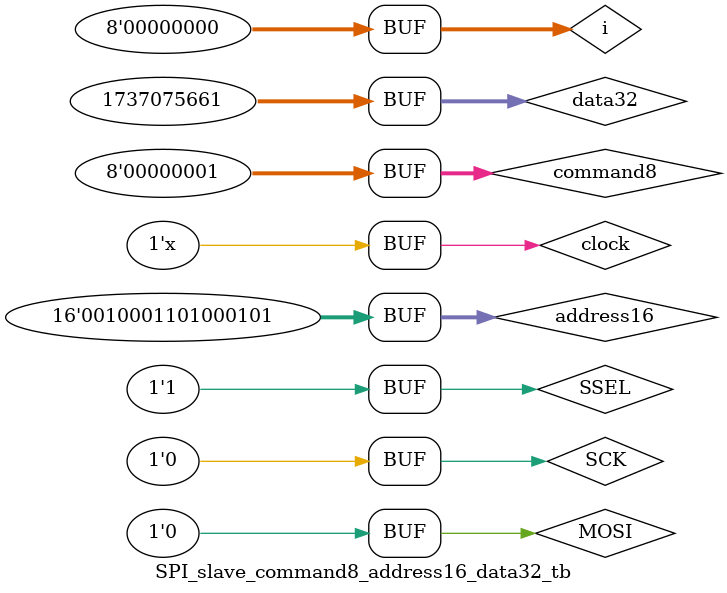
<source format=v>


// modified from https://www.fpga4fun.com/SPI2.html
module SPI_slave_simple8 (
	input clock,
	input SCK, SSEL, MOSI,
	output MISO,
	input [7:0] data_to_master,
	output reg [7:0] data_from_master = 0,
	output reg data_valid = 0
);
	// sync SCK, SSEL, MOSI to the FPGA clock using a 3-bits shift register
	reg [2:0] SCKr = 0;
	reg [2:0] SSELr = 0;
	reg [1:0] MOSIr = 0;
	always @(posedge clock) begin
		SCKr <= {SCKr[1:0], SCK};
		SSELr <= {SSELr[1:0], SSEL};
		MOSIr <= {MOSIr[0], MOSI};
	end
	wire SCK_risingedge = (SCKr[2:1]==2'b01);  // now we can detect SCK rising edges
	wire SCK_fallingedge = (SCKr[2:1]==2'b10);  // and falling edges
	wire SSEL_active = ~SSELr[1];  // SSEL is active low
	wire SSEL_startmessage = (SSELr[2:1]==2'b10);  // message starts at falling edge
	wire SSEL_endmessage = (SSELr[2:1]==2'b01);  // message stops at rising edge
	wire MOSI_data = MOSIr[1];
	// we handle SPI in 8-bits format, so we need a 3 bits counter to count the bits as they come in
	reg [2:0] bitcnt = 0;
	reg byte_received = 0;  // high when a byte has been received
	reg [7:0] byte_data_received = 0;
	always @(posedge clock) begin
		if (~SSEL_active) begin
			bitcnt <= 0;
		end else if (SCK_risingedge) begin
			bitcnt <= bitcnt + 1'b1;
			// implement a shift-left register (since we receive the data MSB first)
			byte_data_received <= {byte_data_received[6:0], MOSI_data};
		end
	end
	always @(posedge clock) begin
		data_valid <= 0;
		if (byte_received) begin
			data_from_master <= byte_data_received;
			data_valid <= 1;
		end
		byte_received <= SSEL_active && SCK_risingedge && (bitcnt==7);
	end
	reg [7:0] byte_data_sent = 0;
//	reg [7:0] cnt = 0;
//	always @(posedge clock) begin
//		if (SSEL_startmessage) begin
//			cnt <= cnt + 8'h1;  // count the messages
//		end
//	end
	always @(posedge clock) begin
		if(SSEL_active) begin
			if (SSEL_startmessage) begin
				//byte_data_sent <= cnt;  // first byte sent in a message is the message count
				byte_data_sent <= data_to_master;
			end else if (SCK_fallingedge) begin
				if (bitcnt==0) begin
					byte_data_sent <= 8'h00;  // after that, we send 0s
				end else begin
					byte_data_sent <= {byte_data_sent[6:0], 1'b0};
				end
			end
		end
	end
	assign MISO = byte_data_sent[7];	// send MSB first
	// we assume that there is only one slave on the SPI bus
	// so we don't bother with a tri-state buffer for MISO
	// otherwise we would need to tri-state MISO when SSEL is inactive
endmodule

module SPI_slave_simple8_tb;
	reg clock = 0;
	reg SCK = 0;
	reg MOSI = 0;
	reg SSEL = 1;
	wire MISO;
	reg [7:0] data_to_master = 8'h89;
	wire [7:0] data_from_master;
	wire data_valid;
	SPI_slave_simple8 spi_s8 (.clock(clock), .SCK(SCK), .MOSI(MOSI), .MISO(MISO), .SSEL(SSEL), .data_to_master(data_to_master), .data_from_master(data_from_master), .data_valid(data_valid));
	reg [7:0] data = 8'ha5;
	reg [7:0] i = 0;
	initial begin
		SCK <= 0;
		MOSI <= 0;
		SSEL <= 1;
		#200;
		SSEL <= 0;
		for (i=8; i>0; i=i-1) begin : command
			MOSI <= data[i-1];
			#100;
			SCK <= 1;
			#100;
			SCK <= 0;
		end
		MOSI <= 0;
		#100;
		SSEL <= 1;
	end
	always begin
		#10;
		clock <= ~clock;
	end
endmodule

// originally from https://www.fpga4fun.com/SPI2.html
module SPI_slave_command8_address16_data32 (
	input clock,
	input SCK, SSEL, MOSI,
	output MISO,
	output reg [7:0] command8 = 0,
	output reg [15:0] address16 = 0,
	output reg [31:0] data32 = 0,
	output reg transaction_valid = 0
);
//	reg [8+16+32-1:0] word = 0;
	// sync SCK, SSEL, MOSI to the FPGA clock using a 3-bits shift register
	reg [2:0] SCKr = 0;
	reg [2:0] SSELr = 0;
	reg [1:0] MOSIr = 0;
	always @(posedge clock) begin
		SCKr <= {SCKr[1:0], SCK};
		SSELr <= {SSELr[1:0], SSEL};
		MOSIr <= {MOSIr[0], MOSI};
	end
	wire SCK_risingedge = (SCKr[2:1]==2'b01);  // now we can detect SCK rising edges
	wire SCK_fallingedge = (SCKr[2:1]==2'b10);  // and falling edges
	wire SSEL_active = ~SSELr[1];  // SSEL is active low
	wire SSEL_startmessage = (SSELr[2:1]==2'b10);  // message starts at falling edge
	wire SSEL_endmessage = (SSELr[2:1]==2'b01);  // message stops at rising edge
	wire MOSI_data = MOSIr[1];
	reg [3:0] bitcnt = 0;
	reg [3:0] bytecnt = 0;
	reg [7:0] byte_data_received = 0;
//	reg [7:0] error_count = 0;
	always @(posedge clock) begin
		transaction_valid <= 0;
		if (~SSEL_active) begin
			bitcnt <= 0;
			bytecnt <= 0;
		end else if (SCK_risingedge) begin
			bitcnt <= bitcnt + 1'b1;
			byte_data_received <= {byte_data_received[6:0], MOSI_data};
		end else begin
			if (bitcnt==8) begin
				if (bytecnt==0) begin
					command8 <= byte_data_received;
				end else if (bytecnt==1) begin
					address16[15:8] <= byte_data_received;
				end else if (bytecnt==2) begin
					address16[7:0] <= byte_data_received;
				end else if (bytecnt==3) begin
					data32[31:24] <= byte_data_received;
				end else if (bytecnt==4) begin
					data32[23:16] <= byte_data_received;
				end else if (bytecnt==5) begin
					data32[15:8] <= byte_data_received;
				end else if (bytecnt==6) begin
					data32[7:0] <= byte_data_received;
					transaction_valid <= 1;
//				end else begin
//					error_count <= error_count + 1'b1;
				end
				bitcnt <= 0;
				bytecnt <= bytecnt + 1'b1;
			end
		end
	end
	reg [7:0] byte_data_sent = 0;
//	reg [7:0] cnt = 0;
//	always @(posedge clock) begin
//		if (SSEL_startmessage) begin
//			cnt <= cnt + 8'h1;  // count the messages
//		end
//	end
	always @(posedge clock) begin
		if (SSEL_active) begin
			if (SSEL_startmessage) begin
				//byte_data_sent <= cnt;  // first byte sent in a message is the message count
//				byte_data_sent <= data_to_master;
				byte_data_sent <= 8'h88;
			end else if (SCK_fallingedge) begin
				byte_data_sent <= {byte_data_sent[6:0], 1'b0};
			end
		end
	end
	assign MISO = byte_data_sent[7];	// send MSB first
	// we assume that there is only one slave on the SPI bus
	// so we don't bother with a tri-state buffer for MISO
	// otherwise we would need to tri-state MISO when SSEL is inactive
endmodule

module SPI_slave_command8_address16_data32_tb;
	reg clock = 0;
	reg SCK = 0;
	reg MOSI = 0;
	reg SSEL = 1;
	wire MISO;
//	reg [7:0] data_to_master = 8'h89;
	wire transaction_valid;
	SPI_slave_command8_address16_data32 spi_c8_a16_d32 (.clock(clock), .SCK(SCK), .MOSI(MOSI), .MISO(MISO), .SSEL(SSEL), .transaction_valid(transaction_valid));
	reg [7:0] command8 = 8'h01;
	reg [15:0] address16 = 16'h2345;
	reg [31:0] data32 = 32'h6789abcd;
	reg [7:0] i = 0;
	initial begin
		SCK <= 0;
		MOSI <= 0;
		SSEL <= 1;
		#300;
		SSEL <= 0;
		for (i=8; i>0; i=i-1) begin : command
			MOSI <= command8[i-1];
			#100;
			SCK <= 1;
			#100;
			SCK <= 0;
		end
		for (i=16; i>0; i=i-1) begin : address
			MOSI <= address16[i-1];
			#100;
			SCK <= 1;
			#100;
			SCK <= 0;
		end
		for (i=32; i>0; i=i-1) begin : data
			MOSI <= data32[i-1];
			#100;
			SCK <= 1;
			#100;
			SCK <= 0;
		end
		MOSI <= 0;
		#100;
		SSEL <= 1;
	end
	always begin
		#10;
		clock <= ~clock;
	end
endmodule


</source>
